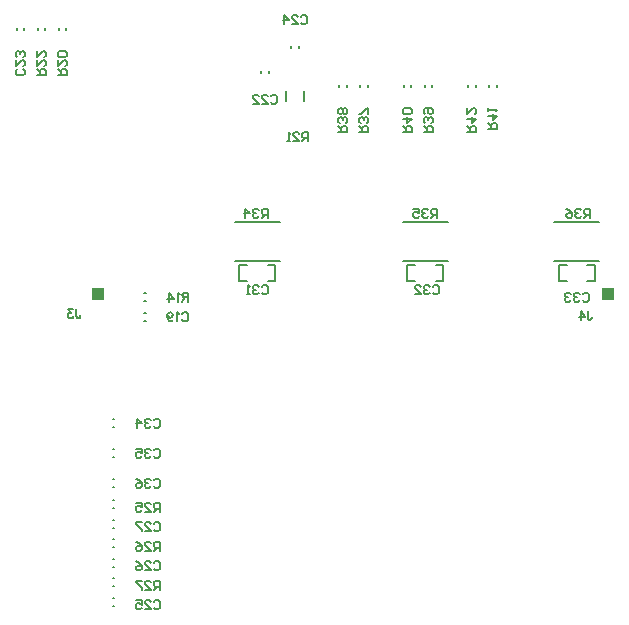
<source format=gbo>
%FSLAX25Y25*%
%MOIN*%
G70*
G01*
G75*
G04 Layer_Color=9218505*
%ADD10R,0.02500X0.04200*%
%ADD11R,0.02362X0.05906*%
%ADD12R,0.08500X0.10799*%
%ADD13R,0.07874X0.16142*%
%ADD14R,0.06299X0.12598*%
%ADD15R,0.20472X0.19685*%
%ADD16R,0.03000X0.05000*%
%ADD17R,0.06000X0.05000*%
%ADD18R,0.10000X0.06500*%
%ADD19R,0.04000X0.01500*%
%ADD20R,0.01100X0.05800*%
%ADD21R,0.25197X0.14173*%
%ADD22R,0.03347X0.03150*%
%ADD23R,0.03150X0.03347*%
%ADD24R,0.05512X0.04331*%
%ADD25R,0.04331X0.10236*%
%ADD26R,0.10236X0.04331*%
%ADD27C,0.01000*%
%ADD28C,0.02000*%
%ADD29C,0.10000*%
%ADD30C,0.06890*%
%ADD31R,0.06890X0.06890*%
%ADD32C,0.02500*%
%ADD33R,0.01000X0.01000*%
%ADD34R,0.07874X0.03937*%
%ADD35R,0.05906X0.13780*%
%ADD36R,0.03937X0.03740*%
%ADD37R,0.01000X0.01000*%
%ADD38R,0.06890X0.04331*%
%ADD39C,0.00984*%
%ADD40C,0.00787*%
%ADD41C,0.00700*%
%ADD42C,0.00600*%
%ADD43C,0.00300*%
%ADD44R,0.02000X0.16400*%
%ADD45R,0.20600X0.19813*%
%ADD46R,0.03300X0.05300*%
%ADD47R,0.02900X0.04600*%
%ADD48R,0.02762X0.06306*%
%ADD49R,0.08900X0.11199*%
%ADD50R,0.08274X0.16542*%
%ADD51R,0.06699X0.12998*%
%ADD52R,0.06400X0.05400*%
%ADD53R,0.10400X0.06900*%
%ADD54R,0.04400X0.01900*%
%ADD55R,0.01500X0.06200*%
%ADD56R,0.25597X0.14573*%
%ADD57R,0.03747X0.03550*%
%ADD58R,0.03550X0.03747*%
%ADD59R,0.05912X0.04731*%
%ADD60R,0.04731X0.10636*%
%ADD61R,0.10636X0.04731*%
%ADD62C,0.07290*%
%ADD63R,0.07290X0.07290*%
%ADD64R,0.08200X0.04263*%
%ADD65R,0.06306X0.14179*%
%ADD66R,0.04337X0.04140*%
%ADD67R,0.07290X0.04731*%
%ADD68R,0.08137X0.04200*%
G36*
X46000Y126000D02*
X42000D01*
Y130000D01*
X46000D01*
Y126000D01*
D02*
G37*
G36*
X216000D02*
X212000D01*
Y130000D01*
X216000D01*
Y126000D01*
D02*
G37*
D40*
X145520Y139004D02*
X160480D01*
X145520Y151996D02*
X160480D01*
X196020Y139004D02*
X210980D01*
X196020Y151996D02*
X210980D01*
X89520Y139004D02*
X104480D01*
X89520Y151996D02*
X104480D01*
X59220Y119220D02*
X59780D01*
X59220Y121780D02*
X59780D01*
X59220Y125721D02*
X59780D01*
X59220Y128279D02*
X59780D01*
X98220Y201720D02*
Y202280D01*
X100779Y201720D02*
Y202280D01*
X19279Y216220D02*
Y216780D01*
X16721Y216220D02*
Y216780D01*
X108221Y210220D02*
Y210780D01*
X110780Y210220D02*
Y210780D01*
X48720Y26779D02*
X49280D01*
X48720Y24220D02*
X49280D01*
X48720Y39779D02*
X49280D01*
X48720Y37220D02*
X49280D01*
X48720Y52780D02*
X49280D01*
X48720Y50221D02*
X49280D01*
X33279Y216220D02*
Y216780D01*
X30720Y216220D02*
Y216780D01*
X23720Y216220D02*
Y216780D01*
X26280Y216220D02*
Y216780D01*
X48720Y59280D02*
X49280D01*
X48720Y56721D02*
X49280D01*
X48720Y46279D02*
X49280D01*
X48720Y43720D02*
X49280D01*
X48720Y33279D02*
X49280D01*
X48720Y30720D02*
X49280D01*
X106449Y192425D02*
Y195575D01*
X112551Y192425D02*
Y195575D01*
X48720Y86279D02*
X49280D01*
X48720Y83720D02*
X49280D01*
X48720Y76279D02*
X49280D01*
X48720Y73721D02*
X49280D01*
X48720Y66280D02*
X49280D01*
X48720Y63721D02*
X49280D01*
X133780Y197220D02*
Y197780D01*
X131220Y197220D02*
Y197780D01*
X126779Y197220D02*
Y197780D01*
X124221Y197220D02*
Y197780D01*
X155280Y197220D02*
Y197780D01*
X152720Y197220D02*
Y197780D01*
X148280Y197220D02*
Y197780D01*
X145721Y197220D02*
Y197780D01*
X176779Y197220D02*
Y197780D01*
X174221Y197220D02*
Y197780D01*
X169780Y197220D02*
Y197780D01*
X167220Y197220D02*
Y197780D01*
D41*
X147002Y132273D02*
X149600D01*
X147002D02*
Y137720D01*
X149600D01*
X156400D02*
X158998D01*
Y132273D02*
Y137720D01*
X156400Y132273D02*
X158998D01*
X91002D02*
X93600D01*
X91002D02*
Y137720D01*
X93600D01*
X100400D02*
X102998D01*
Y132273D02*
Y137720D01*
X100400Y132273D02*
X102998D01*
X197502D02*
X200100D01*
X197502D02*
Y137720D01*
X200100D01*
X206900D02*
X209498D01*
Y132273D02*
Y137720D01*
X206900Y132273D02*
X209498D01*
D42*
X74000Y128499D02*
Y125500D01*
Y128499D02*
X72715D01*
X72286Y128357D01*
X72143Y128214D01*
X72000Y127928D01*
Y127642D01*
X72143Y127357D01*
X72286Y127214D01*
X72715Y127071D01*
X74000D01*
X73000D02*
X72000Y125500D01*
X71329Y127928D02*
X71043Y128071D01*
X70615Y128499D01*
Y125500D01*
X67701Y128499D02*
X69130Y126500D01*
X66987D01*
X67701Y128499D02*
Y125500D01*
X36572Y122999D02*
Y120714D01*
X36715Y120286D01*
X36857Y120143D01*
X37143Y120000D01*
X37429D01*
X37714Y120143D01*
X37857Y120286D01*
X38000Y120714D01*
Y121000D01*
X35515Y122999D02*
X33944D01*
X34801Y121857D01*
X34372D01*
X34086Y121714D01*
X33944Y121571D01*
X33801Y121143D01*
Y120857D01*
X33944Y120429D01*
X34229Y120143D01*
X34658Y120000D01*
X35086D01*
X35515Y120143D01*
X35658Y120286D01*
X35800Y120571D01*
X71858Y121285D02*
X72000Y121571D01*
X72286Y121856D01*
X72572Y121999D01*
X73143D01*
X73429Y121856D01*
X73714Y121571D01*
X73857Y121285D01*
X74000Y120857D01*
Y120143D01*
X73857Y119714D01*
X73714Y119429D01*
X73429Y119143D01*
X73143Y119000D01*
X72572D01*
X72286Y119143D01*
X72000Y119429D01*
X71858Y119714D01*
X71015Y121428D02*
X70729Y121571D01*
X70301Y121999D01*
Y119000D01*
X66959Y121000D02*
X67102Y120571D01*
X67387Y120285D01*
X67816Y120143D01*
X67958D01*
X68387Y120285D01*
X68673Y120571D01*
X68815Y121000D01*
Y121142D01*
X68673Y121571D01*
X68387Y121856D01*
X67958Y121999D01*
X67816D01*
X67387Y121856D01*
X67102Y121571D01*
X66959Y121000D01*
Y120285D01*
X67102Y119571D01*
X67387Y119143D01*
X67816Y119000D01*
X68101D01*
X68530Y119143D01*
X68673Y119429D01*
X207072Y122499D02*
Y120214D01*
X207215Y119786D01*
X207357Y119643D01*
X207643Y119500D01*
X207929D01*
X208214Y119643D01*
X208357Y119786D01*
X208500Y120214D01*
Y120500D01*
X204872Y122499D02*
X206300Y120500D01*
X204158D01*
X204872Y122499D02*
Y119500D01*
X205501Y127999D02*
X206000Y128499D01*
X207000D01*
X207500Y127999D01*
Y126000D01*
X207000Y125500D01*
X206000D01*
X205501Y126000D01*
X204501Y127999D02*
X204001Y128499D01*
X203001D01*
X202502Y127999D01*
Y127499D01*
X203001Y126999D01*
X203501D01*
X203001D01*
X202502Y126500D01*
Y126000D01*
X203001Y125500D01*
X204001D01*
X204501Y126000D01*
X201502Y127999D02*
X201002Y128499D01*
X200002D01*
X199503Y127999D01*
Y127499D01*
X200002Y126999D01*
X200502D01*
X200002D01*
X199503Y126500D01*
Y126000D01*
X200002Y125500D01*
X201002D01*
X201502Y126000D01*
X98501Y130499D02*
X99001Y130999D01*
X100000D01*
X100500Y130499D01*
Y128500D01*
X100000Y128000D01*
X99001D01*
X98501Y128500D01*
X97501Y130499D02*
X97001Y130999D01*
X96001D01*
X95502Y130499D01*
Y129999D01*
X96001Y129499D01*
X96501D01*
X96001D01*
X95502Y129000D01*
Y128500D01*
X96001Y128000D01*
X97001D01*
X97501Y128500D01*
X94502Y128000D02*
X93502D01*
X94002D01*
Y130999D01*
X94502Y130499D01*
X155501D02*
X156000Y130999D01*
X157000D01*
X157500Y130499D01*
Y128500D01*
X157000Y128000D01*
X156000D01*
X155501Y128500D01*
X154501Y130499D02*
X154001Y130999D01*
X153001D01*
X152502Y130499D01*
Y129999D01*
X153001Y129499D01*
X153501D01*
X153001D01*
X152502Y129000D01*
Y128500D01*
X153001Y128000D01*
X154001D01*
X154501Y128500D01*
X149503Y128000D02*
X151502D01*
X149503Y129999D01*
Y130499D01*
X150002Y130999D01*
X151002D01*
X151502Y130499D01*
X157000Y153500D02*
Y156499D01*
X155500D01*
X155001Y155999D01*
Y154999D01*
X155500Y154500D01*
X157000D01*
X156000D02*
X155001Y153500D01*
X154001Y155999D02*
X153501Y156499D01*
X152501D01*
X152002Y155999D01*
Y155499D01*
X152501Y154999D01*
X153001D01*
X152501D01*
X152002Y154500D01*
Y154000D01*
X152501Y153500D01*
X153501D01*
X154001Y154000D01*
X149003Y156499D02*
X151002D01*
Y154999D01*
X150002Y155499D01*
X149502D01*
X149003Y154999D01*
Y154000D01*
X149502Y153500D01*
X150502D01*
X151002Y154000D01*
X100500Y153500D02*
Y156499D01*
X99001D01*
X98501Y155999D01*
Y154999D01*
X99001Y154500D01*
X100500D01*
X99500D02*
X98501Y153500D01*
X97501Y155999D02*
X97001Y156499D01*
X96001D01*
X95502Y155999D01*
Y155499D01*
X96001Y154999D01*
X96501D01*
X96001D01*
X95502Y154500D01*
Y154000D01*
X96001Y153500D01*
X97001D01*
X97501Y154000D01*
X93002Y153500D02*
Y156499D01*
X94502Y154999D01*
X92503D01*
X208000Y153500D02*
Y156499D01*
X206501D01*
X206001Y155999D01*
Y154999D01*
X206501Y154500D01*
X208000D01*
X207000D02*
X206001Y153500D01*
X205001Y155999D02*
X204501Y156499D01*
X203501D01*
X203002Y155999D01*
Y155499D01*
X203501Y154999D01*
X204001D01*
X203501D01*
X203002Y154500D01*
Y154000D01*
X203501Y153500D01*
X204501D01*
X205001Y154000D01*
X200003Y156499D02*
X201002Y155999D01*
X202002Y154999D01*
Y154000D01*
X201502Y153500D01*
X200502D01*
X200003Y154000D01*
Y154500D01*
X200502Y154999D01*
X202002D01*
X62501Y25499D02*
X63001Y25999D01*
X64000D01*
X64500Y25499D01*
Y23500D01*
X64000Y23000D01*
X63001D01*
X62501Y23500D01*
X59502Y23000D02*
X61501D01*
X59502Y24999D01*
Y25499D01*
X60001Y25999D01*
X61001D01*
X61501Y25499D01*
X56503Y25999D02*
X58502D01*
Y24499D01*
X57502Y24999D01*
X57002D01*
X56503Y24499D01*
Y23500D01*
X57002Y23000D01*
X58002D01*
X58502Y23500D01*
X62501Y38499D02*
X63001Y38999D01*
X64000D01*
X64500Y38499D01*
Y36500D01*
X64000Y36000D01*
X63001D01*
X62501Y36500D01*
X59502Y36000D02*
X61501D01*
X59502Y37999D01*
Y38499D01*
X60001Y38999D01*
X61001D01*
X61501Y38499D01*
X56503Y38999D02*
X57502Y38499D01*
X58502Y37499D01*
Y36500D01*
X58002Y36000D01*
X57002D01*
X56503Y36500D01*
Y37000D01*
X57002Y37499D01*
X58502D01*
X62501Y51499D02*
X63001Y51999D01*
X64000D01*
X64500Y51499D01*
Y49500D01*
X64000Y49000D01*
X63001D01*
X62501Y49500D01*
X59502Y49000D02*
X61501D01*
X59502Y50999D01*
Y51499D01*
X60001Y51999D01*
X61001D01*
X61501Y51499D01*
X58502Y51999D02*
X56503D01*
Y51499D01*
X58502Y49500D01*
Y49000D01*
X64500Y55500D02*
Y58499D01*
X63001D01*
X62501Y57999D01*
Y56999D01*
X63001Y56500D01*
X64500D01*
X63500D02*
X62501Y55500D01*
X59502D02*
X61501D01*
X59502Y57499D01*
Y57999D01*
X60001Y58499D01*
X61001D01*
X61501Y57999D01*
X56503Y58499D02*
X58502D01*
Y56999D01*
X57502Y57499D01*
X57002D01*
X56503Y56999D01*
Y56000D01*
X57002Y55500D01*
X58002D01*
X58502Y56000D01*
X64500Y42500D02*
Y45499D01*
X63001D01*
X62501Y44999D01*
Y43999D01*
X63001Y43500D01*
X64500D01*
X63500D02*
X62501Y42500D01*
X59502D02*
X61501D01*
X59502Y44499D01*
Y44999D01*
X60001Y45499D01*
X61001D01*
X61501Y44999D01*
X56503Y45499D02*
X57502Y44999D01*
X58502Y43999D01*
Y43000D01*
X58002Y42500D01*
X57002D01*
X56503Y43000D01*
Y43500D01*
X57002Y43999D01*
X58502D01*
X64500Y29500D02*
Y32499D01*
X63001D01*
X62501Y31999D01*
Y30999D01*
X63001Y30500D01*
X64500D01*
X63500D02*
X62501Y29500D01*
X59502D02*
X61501D01*
X59502Y31499D01*
Y31999D01*
X60001Y32499D01*
X61001D01*
X61501Y31999D01*
X58502Y32499D02*
X56503D01*
Y31999D01*
X58502Y30000D01*
Y29500D01*
X131000Y182000D02*
X133999D01*
Y183500D01*
X133499Y183999D01*
X132500D01*
X132000Y183500D01*
Y182000D01*
Y183000D02*
X131000Y183999D01*
X133499Y184999D02*
X133999Y185499D01*
Y186499D01*
X133499Y186998D01*
X132999D01*
X132500Y186499D01*
Y185999D01*
Y186499D01*
X132000Y186998D01*
X131500D01*
X131000Y186499D01*
Y185499D01*
X131500Y184999D01*
X133999Y187998D02*
Y189997D01*
X133499D01*
X131500Y187998D01*
X131000D01*
X152500Y182000D02*
X155499D01*
Y183500D01*
X154999Y183999D01*
X153999D01*
X153500Y183500D01*
Y182000D01*
Y183000D02*
X152500Y183999D01*
X154999Y184999D02*
X155499Y185499D01*
Y186499D01*
X154999Y186998D01*
X154499D01*
X153999Y186499D01*
Y185999D01*
Y186499D01*
X153500Y186998D01*
X153000D01*
X152500Y186499D01*
Y185499D01*
X153000Y184999D01*
Y187998D02*
X152500Y188498D01*
Y189498D01*
X153000Y189997D01*
X154999D01*
X155499Y189498D01*
Y188498D01*
X154999Y187998D01*
X154499D01*
X153999Y188498D01*
Y189997D01*
X174000Y183000D02*
X176999D01*
Y184500D01*
X176499Y184999D01*
X175499D01*
X175000Y184500D01*
Y183000D01*
Y184000D02*
X174000Y184999D01*
Y187499D02*
X176999D01*
X175499Y185999D01*
Y187998D01*
X174000Y188998D02*
Y189998D01*
Y189498D01*
X176999D01*
X176499Y188998D01*
X124000Y182000D02*
X126999D01*
Y183500D01*
X126499Y183999D01*
X125499D01*
X125000Y183500D01*
Y182000D01*
Y183000D02*
X124000Y183999D01*
X126499Y184999D02*
X126999Y185499D01*
Y186499D01*
X126499Y186998D01*
X125999D01*
X125499Y186499D01*
Y185999D01*
Y186499D01*
X125000Y186998D01*
X124500D01*
X124000Y186499D01*
Y185499D01*
X124500Y184999D01*
X126499Y187998D02*
X126999Y188498D01*
Y189498D01*
X126499Y189997D01*
X125999D01*
X125499Y189498D01*
X125000Y189997D01*
X124500D01*
X124000Y189498D01*
Y188498D01*
X124500Y187998D01*
X125000D01*
X125499Y188498D01*
X125999Y187998D01*
X126499D01*
X125499Y188498D02*
Y189498D01*
X145500Y182000D02*
X148499D01*
Y183500D01*
X147999Y183999D01*
X147000D01*
X146500Y183500D01*
Y182000D01*
Y183000D02*
X145500Y183999D01*
Y186499D02*
X148499D01*
X147000Y184999D01*
Y186998D01*
X147999Y187998D02*
X148499Y188498D01*
Y189498D01*
X147999Y189997D01*
X146000D01*
X145500Y189498D01*
Y188498D01*
X146000Y187998D01*
X147999D01*
X167000Y182000D02*
X169999D01*
Y183500D01*
X169499Y183999D01*
X168500D01*
X168000Y183500D01*
Y182000D01*
Y183000D02*
X167000Y183999D01*
Y186499D02*
X169999D01*
X168500Y184999D01*
Y186998D01*
X167000Y189997D02*
Y187998D01*
X168999Y189997D01*
X169499D01*
X169999Y189498D01*
Y188498D01*
X169499Y187998D01*
X62501Y85999D02*
X63001Y86499D01*
X64000D01*
X64500Y85999D01*
Y84000D01*
X64000Y83500D01*
X63001D01*
X62501Y84000D01*
X61501Y85999D02*
X61001Y86499D01*
X60001D01*
X59502Y85999D01*
Y85499D01*
X60001Y85000D01*
X60501D01*
X60001D01*
X59502Y84500D01*
Y84000D01*
X60001Y83500D01*
X61001D01*
X61501Y84000D01*
X57002Y83500D02*
Y86499D01*
X58502Y85000D01*
X56503D01*
X62501Y75999D02*
X63001Y76499D01*
X64000D01*
X64500Y75999D01*
Y74000D01*
X64000Y73500D01*
X63001D01*
X62501Y74000D01*
X61501Y75999D02*
X61001Y76499D01*
X60001D01*
X59502Y75999D01*
Y75499D01*
X60001Y74999D01*
X60501D01*
X60001D01*
X59502Y74500D01*
Y74000D01*
X60001Y73500D01*
X61001D01*
X61501Y74000D01*
X56503Y76499D02*
X58502D01*
Y74999D01*
X57502Y75499D01*
X57002D01*
X56503Y74999D01*
Y74000D01*
X57002Y73500D01*
X58002D01*
X58502Y74000D01*
X62501Y65999D02*
X63001Y66499D01*
X64000D01*
X64500Y65999D01*
Y64000D01*
X64000Y63500D01*
X63001D01*
X62501Y64000D01*
X61501Y65999D02*
X61001Y66499D01*
X60001D01*
X59502Y65999D01*
Y65499D01*
X60001Y65000D01*
X60501D01*
X60001D01*
X59502Y64500D01*
Y64000D01*
X60001Y63500D01*
X61001D01*
X61501Y64000D01*
X56503Y66499D02*
X57502Y65999D01*
X58502Y65000D01*
Y64000D01*
X58002Y63500D01*
X57002D01*
X56503Y64000D01*
Y64500D01*
X57002Y65000D01*
X58502D01*
X114000Y179000D02*
Y181999D01*
X112501D01*
X112001Y181499D01*
Y180499D01*
X112501Y180000D01*
X114000D01*
X113000D02*
X112001Y179000D01*
X109002D02*
X111001D01*
X109002Y180999D01*
Y181499D01*
X109501Y181999D01*
X110501D01*
X111001Y181499D01*
X108002Y179000D02*
X107002D01*
X107502D01*
Y181999D01*
X108002Y181499D01*
X101501Y193999D02*
X102000Y194499D01*
X103000D01*
X103500Y193999D01*
Y192000D01*
X103000Y191500D01*
X102000D01*
X101501Y192000D01*
X98502Y191500D02*
X100501D01*
X98502Y193499D01*
Y193999D01*
X99001Y194499D01*
X100001D01*
X100501Y193999D01*
X95503Y191500D02*
X97502D01*
X95503Y193499D01*
Y193999D01*
X96002Y194499D01*
X97002D01*
X97502Y193999D01*
X111501Y220499D02*
X112001Y220999D01*
X113000D01*
X113500Y220499D01*
Y218500D01*
X113000Y218000D01*
X112001D01*
X111501Y218500D01*
X108502Y218000D02*
X110501D01*
X108502Y219999D01*
Y220499D01*
X109001Y220999D01*
X110001D01*
X110501Y220499D01*
X106002Y218000D02*
Y220999D01*
X107502Y219499D01*
X105503D01*
X18999Y202999D02*
X19499Y202500D01*
Y201500D01*
X18999Y201000D01*
X17000D01*
X16500Y201500D01*
Y202500D01*
X17000Y202999D01*
X16500Y205998D02*
Y203999D01*
X18499Y205998D01*
X18999D01*
X19499Y205499D01*
Y204499D01*
X18999Y203999D01*
Y206998D02*
X19499Y207498D01*
Y208498D01*
X18999Y208997D01*
X18499D01*
X18000Y208498D01*
Y207998D01*
Y208498D01*
X17500Y208997D01*
X17000D01*
X16500Y208498D01*
Y207498D01*
X17000Y206998D01*
X30500Y201000D02*
X33499D01*
Y202500D01*
X32999Y202999D01*
X31999D01*
X31500Y202500D01*
Y201000D01*
Y202000D02*
X30500Y202999D01*
Y205998D02*
Y203999D01*
X32499Y205998D01*
X32999D01*
X33499Y205499D01*
Y204499D01*
X32999Y203999D01*
Y206998D02*
X33499Y207498D01*
Y208498D01*
X32999Y208997D01*
X31000D01*
X30500Y208498D01*
Y207498D01*
X31000Y206998D01*
X32999D01*
X23500Y201000D02*
X26499D01*
Y202500D01*
X25999Y202999D01*
X24999D01*
X24500Y202500D01*
Y201000D01*
Y202000D02*
X23500Y202999D01*
Y205998D02*
Y203999D01*
X25499Y205998D01*
X25999D01*
X26499Y205499D01*
Y204499D01*
X25999Y203999D01*
X23500Y208997D02*
Y206998D01*
X25499Y208997D01*
X25999D01*
X26499Y208498D01*
Y207498D01*
X25999Y206998D01*
M02*

</source>
